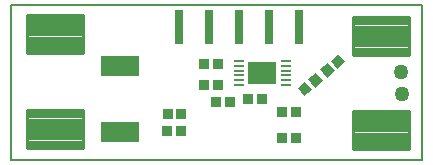
<source format=gts>
G75*
%MOIN*%
%OFA0B0*%
%FSLAX25Y25*%
%IPPOS*%
%LPD*%
%AMOC8*
5,1,8,0,0,1.08239X$1,22.5*
%
%ADD10C,0.00500*%
%ADD11R,0.03346X0.03543*%
%ADD12R,0.03346X0.00787*%
%ADD13R,0.09646X0.07677*%
%ADD14R,0.12598X0.07087*%
%ADD15C,0.01102*%
%ADD16R,0.02559X0.11811*%
%ADD17C,0.05000*%
D10*
X0001250Y0001250D02*
X0001250Y0053150D01*
X0138350Y0053150D01*
X0138350Y0001250D01*
X0001250Y0001250D01*
D11*
X0053367Y0011050D03*
X0057933Y0011050D03*
X0058033Y0016750D03*
X0053467Y0016750D03*
X0069667Y0020750D03*
X0074233Y0020750D03*
X0080167Y0021750D03*
X0084733Y0021750D03*
X0091667Y0017250D03*
X0096233Y0017250D03*
G36*
X0101588Y0024716D02*
X0099026Y0022565D01*
X0096750Y0025278D01*
X0099312Y0027429D01*
X0101588Y0024716D01*
G37*
G36*
X0105086Y0027651D02*
X0102524Y0025500D01*
X0100248Y0028213D01*
X0102810Y0030364D01*
X0105086Y0027651D01*
G37*
G36*
X0104282Y0031563D02*
X0106844Y0033714D01*
X0109120Y0031001D01*
X0106558Y0028850D01*
X0104282Y0031563D01*
G37*
G36*
X0107780Y0034499D02*
X0110342Y0036650D01*
X0112618Y0033937D01*
X0110056Y0031786D01*
X0107780Y0034499D01*
G37*
X0070233Y0033250D03*
X0065667Y0033250D03*
X0065667Y0026250D03*
X0070233Y0026250D03*
X0091667Y0008750D03*
X0096233Y0008750D03*
D12*
X0092749Y0026413D03*
X0092749Y0027988D03*
X0092749Y0029563D03*
X0092749Y0031137D03*
X0092749Y0032712D03*
X0092749Y0034287D03*
X0077151Y0034287D03*
X0077151Y0032712D03*
X0077151Y0031137D03*
X0077151Y0029563D03*
X0077151Y0027988D03*
X0077151Y0026413D03*
D13*
X0084950Y0030350D03*
D14*
X0037450Y0032774D03*
X0037450Y0010726D03*
D15*
X0025241Y0005411D02*
X0006659Y0005411D01*
X0006659Y0018089D01*
X0025241Y0018089D01*
X0025241Y0005411D01*
X0025241Y0006458D02*
X0006659Y0006458D01*
X0006659Y0007505D02*
X0025241Y0007505D01*
X0025241Y0008552D02*
X0006659Y0008552D01*
X0006659Y0009599D02*
X0025241Y0009599D01*
X0025241Y0010646D02*
X0006659Y0010646D01*
X0006659Y0011693D02*
X0025241Y0011693D01*
X0025241Y0012740D02*
X0006659Y0012740D01*
X0006659Y0013787D02*
X0025241Y0013787D01*
X0025241Y0014834D02*
X0006659Y0014834D01*
X0006659Y0015881D02*
X0025241Y0015881D01*
X0025241Y0016928D02*
X0006659Y0016928D01*
X0006659Y0017975D02*
X0025241Y0017975D01*
X0025241Y0036911D02*
X0006659Y0036911D01*
X0006659Y0049589D01*
X0025241Y0049589D01*
X0025241Y0036911D01*
X0025241Y0037958D02*
X0006659Y0037958D01*
X0006659Y0039005D02*
X0025241Y0039005D01*
X0025241Y0040052D02*
X0006659Y0040052D01*
X0006659Y0041099D02*
X0025241Y0041099D01*
X0025241Y0042146D02*
X0006659Y0042146D01*
X0006659Y0043193D02*
X0025241Y0043193D01*
X0025241Y0044240D02*
X0006659Y0044240D01*
X0006659Y0045287D02*
X0025241Y0045287D01*
X0025241Y0046334D02*
X0006659Y0046334D01*
X0006659Y0047381D02*
X0025241Y0047381D01*
X0025241Y0048428D02*
X0006659Y0048428D01*
X0006659Y0049475D02*
X0025241Y0049475D01*
X0115159Y0036411D02*
X0133741Y0036411D01*
X0115159Y0036411D02*
X0115159Y0049089D01*
X0133741Y0049089D01*
X0133741Y0036411D01*
X0133741Y0037458D02*
X0115159Y0037458D01*
X0115159Y0038505D02*
X0133741Y0038505D01*
X0133741Y0039552D02*
X0115159Y0039552D01*
X0115159Y0040599D02*
X0133741Y0040599D01*
X0133741Y0041646D02*
X0115159Y0041646D01*
X0115159Y0042693D02*
X0133741Y0042693D01*
X0133741Y0043740D02*
X0115159Y0043740D01*
X0115159Y0044787D02*
X0133741Y0044787D01*
X0133741Y0045834D02*
X0115159Y0045834D01*
X0115159Y0046881D02*
X0133741Y0046881D01*
X0133741Y0047928D02*
X0115159Y0047928D01*
X0115159Y0048975D02*
X0133741Y0048975D01*
X0133741Y0004911D02*
X0115159Y0004911D01*
X0115159Y0017589D01*
X0133741Y0017589D01*
X0133741Y0004911D01*
X0133741Y0005958D02*
X0115159Y0005958D01*
X0115159Y0007005D02*
X0133741Y0007005D01*
X0133741Y0008052D02*
X0115159Y0008052D01*
X0115159Y0009099D02*
X0133741Y0009099D01*
X0133741Y0010146D02*
X0115159Y0010146D01*
X0115159Y0011193D02*
X0133741Y0011193D01*
X0133741Y0012240D02*
X0115159Y0012240D01*
X0115159Y0013287D02*
X0133741Y0013287D01*
X0133741Y0014334D02*
X0115159Y0014334D01*
X0115159Y0015381D02*
X0133741Y0015381D01*
X0133741Y0016428D02*
X0115159Y0016428D01*
X0115159Y0017475D02*
X0133741Y0017475D01*
D16*
X0097214Y0045750D03*
X0087214Y0045750D03*
X0077214Y0045750D03*
X0067214Y0045750D03*
X0057214Y0045750D03*
D17*
X0131350Y0030850D03*
X0131450Y0023450D03*
M02*

</source>
